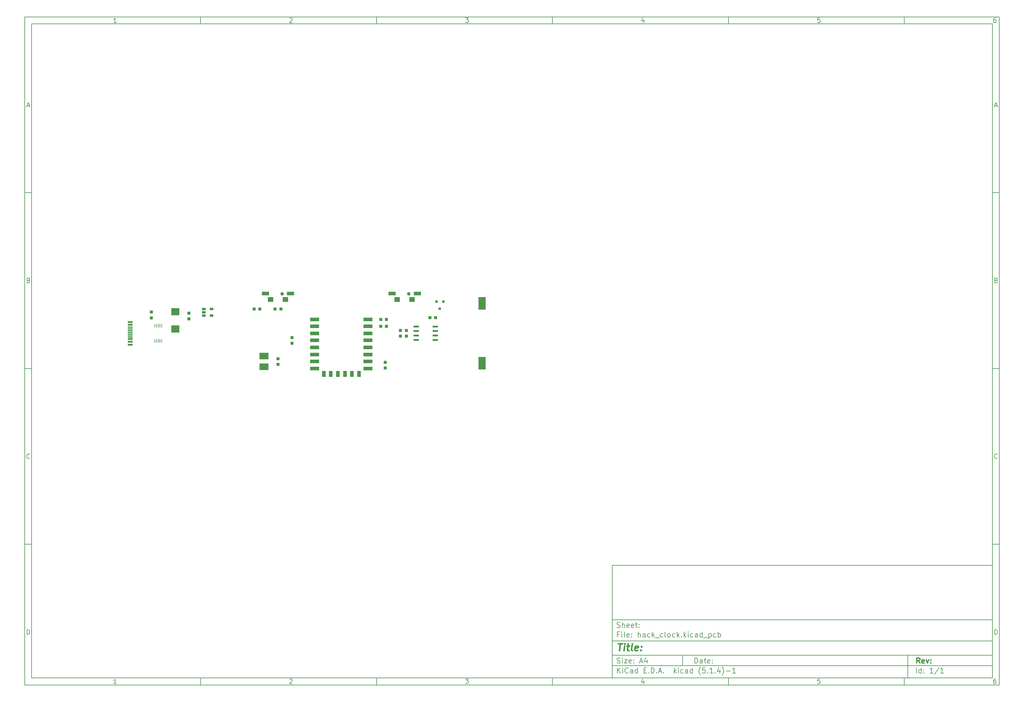
<source format=gtp>
G04 #@! TF.GenerationSoftware,KiCad,Pcbnew,(5.1.4)-1*
G04 #@! TF.CreationDate,2019-11-05T14:40:22+08:00*
G04 #@! TF.ProjectId,hack_clock,6861636b-5f63-46c6-9f63-6b2e6b696361,rev?*
G04 #@! TF.SameCoordinates,Original*
G04 #@! TF.FileFunction,Paste,Top*
G04 #@! TF.FilePolarity,Positive*
%FSLAX46Y46*%
G04 Gerber Fmt 4.6, Leading zero omitted, Abs format (unit mm)*
G04 Created by KiCad (PCBNEW (5.1.4)-1) date 2019-11-05 14:40:22*
%MOMM*%
%LPD*%
G04 APERTURE LIST*
%ADD10C,0.150000*%
%ADD11C,0.300000*%
%ADD12C,0.400000*%
%ADD13C,2.075000*%
%ADD14R,0.250000X1.100000*%
%ADD15R,1.400000X0.300000*%
%ADD16R,1.400000X0.600000*%
%ADD17R,2.000000X3.600000*%
%ADD18R,0.920000X0.965000*%
%ADD19R,0.965000X0.920000*%
%ADD20R,0.800100X0.800100*%
%ADD21C,1.000000*%
%ADD22R,2.000000X1.000000*%
%ADD23R,1.500000X1.400000*%
%ADD24R,1.060000X0.650000*%
%ADD25R,2.500000X1.000000*%
%ADD26R,1.000000X1.800000*%
%ADD27R,1.550000X0.600000*%
%ADD28R,2.499360X1.950720*%
G04 APERTURE END LIST*
D10*
X177002200Y-166007200D02*
X177002200Y-198007200D01*
X285002200Y-198007200D01*
X285002200Y-166007200D01*
X177002200Y-166007200D01*
X10000000Y-10000000D02*
X10000000Y-200007200D01*
X287002200Y-200007200D01*
X287002200Y-10000000D01*
X10000000Y-10000000D01*
X12000000Y-12000000D02*
X12000000Y-198007200D01*
X285002200Y-198007200D01*
X285002200Y-12000000D01*
X12000000Y-12000000D01*
X60000000Y-12000000D02*
X60000000Y-10000000D01*
X110000000Y-12000000D02*
X110000000Y-10000000D01*
X160000000Y-12000000D02*
X160000000Y-10000000D01*
X210000000Y-12000000D02*
X210000000Y-10000000D01*
X260000000Y-12000000D02*
X260000000Y-10000000D01*
X36065476Y-11588095D02*
X35322619Y-11588095D01*
X35694047Y-11588095D02*
X35694047Y-10288095D01*
X35570238Y-10473809D01*
X35446428Y-10597619D01*
X35322619Y-10659523D01*
X85322619Y-10411904D02*
X85384523Y-10350000D01*
X85508333Y-10288095D01*
X85817857Y-10288095D01*
X85941666Y-10350000D01*
X86003571Y-10411904D01*
X86065476Y-10535714D01*
X86065476Y-10659523D01*
X86003571Y-10845238D01*
X85260714Y-11588095D01*
X86065476Y-11588095D01*
X135260714Y-10288095D02*
X136065476Y-10288095D01*
X135632142Y-10783333D01*
X135817857Y-10783333D01*
X135941666Y-10845238D01*
X136003571Y-10907142D01*
X136065476Y-11030952D01*
X136065476Y-11340476D01*
X136003571Y-11464285D01*
X135941666Y-11526190D01*
X135817857Y-11588095D01*
X135446428Y-11588095D01*
X135322619Y-11526190D01*
X135260714Y-11464285D01*
X185941666Y-10721428D02*
X185941666Y-11588095D01*
X185632142Y-10226190D02*
X185322619Y-11154761D01*
X186127380Y-11154761D01*
X236003571Y-10288095D02*
X235384523Y-10288095D01*
X235322619Y-10907142D01*
X235384523Y-10845238D01*
X235508333Y-10783333D01*
X235817857Y-10783333D01*
X235941666Y-10845238D01*
X236003571Y-10907142D01*
X236065476Y-11030952D01*
X236065476Y-11340476D01*
X236003571Y-11464285D01*
X235941666Y-11526190D01*
X235817857Y-11588095D01*
X235508333Y-11588095D01*
X235384523Y-11526190D01*
X235322619Y-11464285D01*
X285941666Y-10288095D02*
X285694047Y-10288095D01*
X285570238Y-10350000D01*
X285508333Y-10411904D01*
X285384523Y-10597619D01*
X285322619Y-10845238D01*
X285322619Y-11340476D01*
X285384523Y-11464285D01*
X285446428Y-11526190D01*
X285570238Y-11588095D01*
X285817857Y-11588095D01*
X285941666Y-11526190D01*
X286003571Y-11464285D01*
X286065476Y-11340476D01*
X286065476Y-11030952D01*
X286003571Y-10907142D01*
X285941666Y-10845238D01*
X285817857Y-10783333D01*
X285570238Y-10783333D01*
X285446428Y-10845238D01*
X285384523Y-10907142D01*
X285322619Y-11030952D01*
X60000000Y-198007200D02*
X60000000Y-200007200D01*
X110000000Y-198007200D02*
X110000000Y-200007200D01*
X160000000Y-198007200D02*
X160000000Y-200007200D01*
X210000000Y-198007200D02*
X210000000Y-200007200D01*
X260000000Y-198007200D02*
X260000000Y-200007200D01*
X36065476Y-199595295D02*
X35322619Y-199595295D01*
X35694047Y-199595295D02*
X35694047Y-198295295D01*
X35570238Y-198481009D01*
X35446428Y-198604819D01*
X35322619Y-198666723D01*
X85322619Y-198419104D02*
X85384523Y-198357200D01*
X85508333Y-198295295D01*
X85817857Y-198295295D01*
X85941666Y-198357200D01*
X86003571Y-198419104D01*
X86065476Y-198542914D01*
X86065476Y-198666723D01*
X86003571Y-198852438D01*
X85260714Y-199595295D01*
X86065476Y-199595295D01*
X135260714Y-198295295D02*
X136065476Y-198295295D01*
X135632142Y-198790533D01*
X135817857Y-198790533D01*
X135941666Y-198852438D01*
X136003571Y-198914342D01*
X136065476Y-199038152D01*
X136065476Y-199347676D01*
X136003571Y-199471485D01*
X135941666Y-199533390D01*
X135817857Y-199595295D01*
X135446428Y-199595295D01*
X135322619Y-199533390D01*
X135260714Y-199471485D01*
X185941666Y-198728628D02*
X185941666Y-199595295D01*
X185632142Y-198233390D02*
X185322619Y-199161961D01*
X186127380Y-199161961D01*
X236003571Y-198295295D02*
X235384523Y-198295295D01*
X235322619Y-198914342D01*
X235384523Y-198852438D01*
X235508333Y-198790533D01*
X235817857Y-198790533D01*
X235941666Y-198852438D01*
X236003571Y-198914342D01*
X236065476Y-199038152D01*
X236065476Y-199347676D01*
X236003571Y-199471485D01*
X235941666Y-199533390D01*
X235817857Y-199595295D01*
X235508333Y-199595295D01*
X235384523Y-199533390D01*
X235322619Y-199471485D01*
X285941666Y-198295295D02*
X285694047Y-198295295D01*
X285570238Y-198357200D01*
X285508333Y-198419104D01*
X285384523Y-198604819D01*
X285322619Y-198852438D01*
X285322619Y-199347676D01*
X285384523Y-199471485D01*
X285446428Y-199533390D01*
X285570238Y-199595295D01*
X285817857Y-199595295D01*
X285941666Y-199533390D01*
X286003571Y-199471485D01*
X286065476Y-199347676D01*
X286065476Y-199038152D01*
X286003571Y-198914342D01*
X285941666Y-198852438D01*
X285817857Y-198790533D01*
X285570238Y-198790533D01*
X285446428Y-198852438D01*
X285384523Y-198914342D01*
X285322619Y-199038152D01*
X10000000Y-60000000D02*
X12000000Y-60000000D01*
X10000000Y-110000000D02*
X12000000Y-110000000D01*
X10000000Y-160000000D02*
X12000000Y-160000000D01*
X10690476Y-35216666D02*
X11309523Y-35216666D01*
X10566666Y-35588095D02*
X11000000Y-34288095D01*
X11433333Y-35588095D01*
X11092857Y-84907142D02*
X11278571Y-84969047D01*
X11340476Y-85030952D01*
X11402380Y-85154761D01*
X11402380Y-85340476D01*
X11340476Y-85464285D01*
X11278571Y-85526190D01*
X11154761Y-85588095D01*
X10659523Y-85588095D01*
X10659523Y-84288095D01*
X11092857Y-84288095D01*
X11216666Y-84350000D01*
X11278571Y-84411904D01*
X11340476Y-84535714D01*
X11340476Y-84659523D01*
X11278571Y-84783333D01*
X11216666Y-84845238D01*
X11092857Y-84907142D01*
X10659523Y-84907142D01*
X11402380Y-135464285D02*
X11340476Y-135526190D01*
X11154761Y-135588095D01*
X11030952Y-135588095D01*
X10845238Y-135526190D01*
X10721428Y-135402380D01*
X10659523Y-135278571D01*
X10597619Y-135030952D01*
X10597619Y-134845238D01*
X10659523Y-134597619D01*
X10721428Y-134473809D01*
X10845238Y-134350000D01*
X11030952Y-134288095D01*
X11154761Y-134288095D01*
X11340476Y-134350000D01*
X11402380Y-134411904D01*
X10659523Y-185588095D02*
X10659523Y-184288095D01*
X10969047Y-184288095D01*
X11154761Y-184350000D01*
X11278571Y-184473809D01*
X11340476Y-184597619D01*
X11402380Y-184845238D01*
X11402380Y-185030952D01*
X11340476Y-185278571D01*
X11278571Y-185402380D01*
X11154761Y-185526190D01*
X10969047Y-185588095D01*
X10659523Y-185588095D01*
X287002200Y-60000000D02*
X285002200Y-60000000D01*
X287002200Y-110000000D02*
X285002200Y-110000000D01*
X287002200Y-160000000D02*
X285002200Y-160000000D01*
X285692676Y-35216666D02*
X286311723Y-35216666D01*
X285568866Y-35588095D02*
X286002200Y-34288095D01*
X286435533Y-35588095D01*
X286095057Y-84907142D02*
X286280771Y-84969047D01*
X286342676Y-85030952D01*
X286404580Y-85154761D01*
X286404580Y-85340476D01*
X286342676Y-85464285D01*
X286280771Y-85526190D01*
X286156961Y-85588095D01*
X285661723Y-85588095D01*
X285661723Y-84288095D01*
X286095057Y-84288095D01*
X286218866Y-84350000D01*
X286280771Y-84411904D01*
X286342676Y-84535714D01*
X286342676Y-84659523D01*
X286280771Y-84783333D01*
X286218866Y-84845238D01*
X286095057Y-84907142D01*
X285661723Y-84907142D01*
X286404580Y-135464285D02*
X286342676Y-135526190D01*
X286156961Y-135588095D01*
X286033152Y-135588095D01*
X285847438Y-135526190D01*
X285723628Y-135402380D01*
X285661723Y-135278571D01*
X285599819Y-135030952D01*
X285599819Y-134845238D01*
X285661723Y-134597619D01*
X285723628Y-134473809D01*
X285847438Y-134350000D01*
X286033152Y-134288095D01*
X286156961Y-134288095D01*
X286342676Y-134350000D01*
X286404580Y-134411904D01*
X285661723Y-185588095D02*
X285661723Y-184288095D01*
X285971247Y-184288095D01*
X286156961Y-184350000D01*
X286280771Y-184473809D01*
X286342676Y-184597619D01*
X286404580Y-184845238D01*
X286404580Y-185030952D01*
X286342676Y-185278571D01*
X286280771Y-185402380D01*
X286156961Y-185526190D01*
X285971247Y-185588095D01*
X285661723Y-185588095D01*
X200434342Y-193785771D02*
X200434342Y-192285771D01*
X200791485Y-192285771D01*
X201005771Y-192357200D01*
X201148628Y-192500057D01*
X201220057Y-192642914D01*
X201291485Y-192928628D01*
X201291485Y-193142914D01*
X201220057Y-193428628D01*
X201148628Y-193571485D01*
X201005771Y-193714342D01*
X200791485Y-193785771D01*
X200434342Y-193785771D01*
X202577200Y-193785771D02*
X202577200Y-193000057D01*
X202505771Y-192857200D01*
X202362914Y-192785771D01*
X202077200Y-192785771D01*
X201934342Y-192857200D01*
X202577200Y-193714342D02*
X202434342Y-193785771D01*
X202077200Y-193785771D01*
X201934342Y-193714342D01*
X201862914Y-193571485D01*
X201862914Y-193428628D01*
X201934342Y-193285771D01*
X202077200Y-193214342D01*
X202434342Y-193214342D01*
X202577200Y-193142914D01*
X203077200Y-192785771D02*
X203648628Y-192785771D01*
X203291485Y-192285771D02*
X203291485Y-193571485D01*
X203362914Y-193714342D01*
X203505771Y-193785771D01*
X203648628Y-193785771D01*
X204720057Y-193714342D02*
X204577200Y-193785771D01*
X204291485Y-193785771D01*
X204148628Y-193714342D01*
X204077200Y-193571485D01*
X204077200Y-193000057D01*
X204148628Y-192857200D01*
X204291485Y-192785771D01*
X204577200Y-192785771D01*
X204720057Y-192857200D01*
X204791485Y-193000057D01*
X204791485Y-193142914D01*
X204077200Y-193285771D01*
X205434342Y-193642914D02*
X205505771Y-193714342D01*
X205434342Y-193785771D01*
X205362914Y-193714342D01*
X205434342Y-193642914D01*
X205434342Y-193785771D01*
X205434342Y-192857200D02*
X205505771Y-192928628D01*
X205434342Y-193000057D01*
X205362914Y-192928628D01*
X205434342Y-192857200D01*
X205434342Y-193000057D01*
X177002200Y-194507200D02*
X285002200Y-194507200D01*
X178434342Y-196585771D02*
X178434342Y-195085771D01*
X179291485Y-196585771D02*
X178648628Y-195728628D01*
X179291485Y-195085771D02*
X178434342Y-195942914D01*
X179934342Y-196585771D02*
X179934342Y-195585771D01*
X179934342Y-195085771D02*
X179862914Y-195157200D01*
X179934342Y-195228628D01*
X180005771Y-195157200D01*
X179934342Y-195085771D01*
X179934342Y-195228628D01*
X181505771Y-196442914D02*
X181434342Y-196514342D01*
X181220057Y-196585771D01*
X181077200Y-196585771D01*
X180862914Y-196514342D01*
X180720057Y-196371485D01*
X180648628Y-196228628D01*
X180577200Y-195942914D01*
X180577200Y-195728628D01*
X180648628Y-195442914D01*
X180720057Y-195300057D01*
X180862914Y-195157200D01*
X181077200Y-195085771D01*
X181220057Y-195085771D01*
X181434342Y-195157200D01*
X181505771Y-195228628D01*
X182791485Y-196585771D02*
X182791485Y-195800057D01*
X182720057Y-195657200D01*
X182577200Y-195585771D01*
X182291485Y-195585771D01*
X182148628Y-195657200D01*
X182791485Y-196514342D02*
X182648628Y-196585771D01*
X182291485Y-196585771D01*
X182148628Y-196514342D01*
X182077200Y-196371485D01*
X182077200Y-196228628D01*
X182148628Y-196085771D01*
X182291485Y-196014342D01*
X182648628Y-196014342D01*
X182791485Y-195942914D01*
X184148628Y-196585771D02*
X184148628Y-195085771D01*
X184148628Y-196514342D02*
X184005771Y-196585771D01*
X183720057Y-196585771D01*
X183577200Y-196514342D01*
X183505771Y-196442914D01*
X183434342Y-196300057D01*
X183434342Y-195871485D01*
X183505771Y-195728628D01*
X183577200Y-195657200D01*
X183720057Y-195585771D01*
X184005771Y-195585771D01*
X184148628Y-195657200D01*
X186005771Y-195800057D02*
X186505771Y-195800057D01*
X186720057Y-196585771D02*
X186005771Y-196585771D01*
X186005771Y-195085771D01*
X186720057Y-195085771D01*
X187362914Y-196442914D02*
X187434342Y-196514342D01*
X187362914Y-196585771D01*
X187291485Y-196514342D01*
X187362914Y-196442914D01*
X187362914Y-196585771D01*
X188077200Y-196585771D02*
X188077200Y-195085771D01*
X188434342Y-195085771D01*
X188648628Y-195157200D01*
X188791485Y-195300057D01*
X188862914Y-195442914D01*
X188934342Y-195728628D01*
X188934342Y-195942914D01*
X188862914Y-196228628D01*
X188791485Y-196371485D01*
X188648628Y-196514342D01*
X188434342Y-196585771D01*
X188077200Y-196585771D01*
X189577200Y-196442914D02*
X189648628Y-196514342D01*
X189577200Y-196585771D01*
X189505771Y-196514342D01*
X189577200Y-196442914D01*
X189577200Y-196585771D01*
X190220057Y-196157200D02*
X190934342Y-196157200D01*
X190077200Y-196585771D02*
X190577200Y-195085771D01*
X191077200Y-196585771D01*
X191577200Y-196442914D02*
X191648628Y-196514342D01*
X191577200Y-196585771D01*
X191505771Y-196514342D01*
X191577200Y-196442914D01*
X191577200Y-196585771D01*
X194577200Y-196585771D02*
X194577200Y-195085771D01*
X194720057Y-196014342D02*
X195148628Y-196585771D01*
X195148628Y-195585771D02*
X194577200Y-196157200D01*
X195791485Y-196585771D02*
X195791485Y-195585771D01*
X195791485Y-195085771D02*
X195720057Y-195157200D01*
X195791485Y-195228628D01*
X195862914Y-195157200D01*
X195791485Y-195085771D01*
X195791485Y-195228628D01*
X197148628Y-196514342D02*
X197005771Y-196585771D01*
X196720057Y-196585771D01*
X196577200Y-196514342D01*
X196505771Y-196442914D01*
X196434342Y-196300057D01*
X196434342Y-195871485D01*
X196505771Y-195728628D01*
X196577200Y-195657200D01*
X196720057Y-195585771D01*
X197005771Y-195585771D01*
X197148628Y-195657200D01*
X198434342Y-196585771D02*
X198434342Y-195800057D01*
X198362914Y-195657200D01*
X198220057Y-195585771D01*
X197934342Y-195585771D01*
X197791485Y-195657200D01*
X198434342Y-196514342D02*
X198291485Y-196585771D01*
X197934342Y-196585771D01*
X197791485Y-196514342D01*
X197720057Y-196371485D01*
X197720057Y-196228628D01*
X197791485Y-196085771D01*
X197934342Y-196014342D01*
X198291485Y-196014342D01*
X198434342Y-195942914D01*
X199791485Y-196585771D02*
X199791485Y-195085771D01*
X199791485Y-196514342D02*
X199648628Y-196585771D01*
X199362914Y-196585771D01*
X199220057Y-196514342D01*
X199148628Y-196442914D01*
X199077200Y-196300057D01*
X199077200Y-195871485D01*
X199148628Y-195728628D01*
X199220057Y-195657200D01*
X199362914Y-195585771D01*
X199648628Y-195585771D01*
X199791485Y-195657200D01*
X202077200Y-197157200D02*
X202005771Y-197085771D01*
X201862914Y-196871485D01*
X201791485Y-196728628D01*
X201720057Y-196514342D01*
X201648628Y-196157200D01*
X201648628Y-195871485D01*
X201720057Y-195514342D01*
X201791485Y-195300057D01*
X201862914Y-195157200D01*
X202005771Y-194942914D01*
X202077200Y-194871485D01*
X203362914Y-195085771D02*
X202648628Y-195085771D01*
X202577200Y-195800057D01*
X202648628Y-195728628D01*
X202791485Y-195657200D01*
X203148628Y-195657200D01*
X203291485Y-195728628D01*
X203362914Y-195800057D01*
X203434342Y-195942914D01*
X203434342Y-196300057D01*
X203362914Y-196442914D01*
X203291485Y-196514342D01*
X203148628Y-196585771D01*
X202791485Y-196585771D01*
X202648628Y-196514342D01*
X202577200Y-196442914D01*
X204077200Y-196442914D02*
X204148628Y-196514342D01*
X204077200Y-196585771D01*
X204005771Y-196514342D01*
X204077200Y-196442914D01*
X204077200Y-196585771D01*
X205577200Y-196585771D02*
X204720057Y-196585771D01*
X205148628Y-196585771D02*
X205148628Y-195085771D01*
X205005771Y-195300057D01*
X204862914Y-195442914D01*
X204720057Y-195514342D01*
X206220057Y-196442914D02*
X206291485Y-196514342D01*
X206220057Y-196585771D01*
X206148628Y-196514342D01*
X206220057Y-196442914D01*
X206220057Y-196585771D01*
X207577200Y-195585771D02*
X207577200Y-196585771D01*
X207220057Y-195014342D02*
X206862914Y-196085771D01*
X207791485Y-196085771D01*
X208220057Y-197157200D02*
X208291485Y-197085771D01*
X208434342Y-196871485D01*
X208505771Y-196728628D01*
X208577200Y-196514342D01*
X208648628Y-196157200D01*
X208648628Y-195871485D01*
X208577200Y-195514342D01*
X208505771Y-195300057D01*
X208434342Y-195157200D01*
X208291485Y-194942914D01*
X208220057Y-194871485D01*
X209362914Y-196014342D02*
X210505771Y-196014342D01*
X212005771Y-196585771D02*
X211148628Y-196585771D01*
X211577200Y-196585771D02*
X211577200Y-195085771D01*
X211434342Y-195300057D01*
X211291485Y-195442914D01*
X211148628Y-195514342D01*
X177002200Y-191507200D02*
X285002200Y-191507200D01*
D11*
X264411485Y-193785771D02*
X263911485Y-193071485D01*
X263554342Y-193785771D02*
X263554342Y-192285771D01*
X264125771Y-192285771D01*
X264268628Y-192357200D01*
X264340057Y-192428628D01*
X264411485Y-192571485D01*
X264411485Y-192785771D01*
X264340057Y-192928628D01*
X264268628Y-193000057D01*
X264125771Y-193071485D01*
X263554342Y-193071485D01*
X265625771Y-193714342D02*
X265482914Y-193785771D01*
X265197200Y-193785771D01*
X265054342Y-193714342D01*
X264982914Y-193571485D01*
X264982914Y-193000057D01*
X265054342Y-192857200D01*
X265197200Y-192785771D01*
X265482914Y-192785771D01*
X265625771Y-192857200D01*
X265697200Y-193000057D01*
X265697200Y-193142914D01*
X264982914Y-193285771D01*
X266197200Y-192785771D02*
X266554342Y-193785771D01*
X266911485Y-192785771D01*
X267482914Y-193642914D02*
X267554342Y-193714342D01*
X267482914Y-193785771D01*
X267411485Y-193714342D01*
X267482914Y-193642914D01*
X267482914Y-193785771D01*
X267482914Y-192857200D02*
X267554342Y-192928628D01*
X267482914Y-193000057D01*
X267411485Y-192928628D01*
X267482914Y-192857200D01*
X267482914Y-193000057D01*
D10*
X178362914Y-193714342D02*
X178577200Y-193785771D01*
X178934342Y-193785771D01*
X179077200Y-193714342D01*
X179148628Y-193642914D01*
X179220057Y-193500057D01*
X179220057Y-193357200D01*
X179148628Y-193214342D01*
X179077200Y-193142914D01*
X178934342Y-193071485D01*
X178648628Y-193000057D01*
X178505771Y-192928628D01*
X178434342Y-192857200D01*
X178362914Y-192714342D01*
X178362914Y-192571485D01*
X178434342Y-192428628D01*
X178505771Y-192357200D01*
X178648628Y-192285771D01*
X179005771Y-192285771D01*
X179220057Y-192357200D01*
X179862914Y-193785771D02*
X179862914Y-192785771D01*
X179862914Y-192285771D02*
X179791485Y-192357200D01*
X179862914Y-192428628D01*
X179934342Y-192357200D01*
X179862914Y-192285771D01*
X179862914Y-192428628D01*
X180434342Y-192785771D02*
X181220057Y-192785771D01*
X180434342Y-193785771D01*
X181220057Y-193785771D01*
X182362914Y-193714342D02*
X182220057Y-193785771D01*
X181934342Y-193785771D01*
X181791485Y-193714342D01*
X181720057Y-193571485D01*
X181720057Y-193000057D01*
X181791485Y-192857200D01*
X181934342Y-192785771D01*
X182220057Y-192785771D01*
X182362914Y-192857200D01*
X182434342Y-193000057D01*
X182434342Y-193142914D01*
X181720057Y-193285771D01*
X183077200Y-193642914D02*
X183148628Y-193714342D01*
X183077200Y-193785771D01*
X183005771Y-193714342D01*
X183077200Y-193642914D01*
X183077200Y-193785771D01*
X183077200Y-192857200D02*
X183148628Y-192928628D01*
X183077200Y-193000057D01*
X183005771Y-192928628D01*
X183077200Y-192857200D01*
X183077200Y-193000057D01*
X184862914Y-193357200D02*
X185577200Y-193357200D01*
X184720057Y-193785771D02*
X185220057Y-192285771D01*
X185720057Y-193785771D01*
X186862914Y-192785771D02*
X186862914Y-193785771D01*
X186505771Y-192214342D02*
X186148628Y-193285771D01*
X187077200Y-193285771D01*
X263434342Y-196585771D02*
X263434342Y-195085771D01*
X264791485Y-196585771D02*
X264791485Y-195085771D01*
X264791485Y-196514342D02*
X264648628Y-196585771D01*
X264362914Y-196585771D01*
X264220057Y-196514342D01*
X264148628Y-196442914D01*
X264077200Y-196300057D01*
X264077200Y-195871485D01*
X264148628Y-195728628D01*
X264220057Y-195657200D01*
X264362914Y-195585771D01*
X264648628Y-195585771D01*
X264791485Y-195657200D01*
X265505771Y-196442914D02*
X265577200Y-196514342D01*
X265505771Y-196585771D01*
X265434342Y-196514342D01*
X265505771Y-196442914D01*
X265505771Y-196585771D01*
X265505771Y-195657200D02*
X265577200Y-195728628D01*
X265505771Y-195800057D01*
X265434342Y-195728628D01*
X265505771Y-195657200D01*
X265505771Y-195800057D01*
X268148628Y-196585771D02*
X267291485Y-196585771D01*
X267720057Y-196585771D02*
X267720057Y-195085771D01*
X267577200Y-195300057D01*
X267434342Y-195442914D01*
X267291485Y-195514342D01*
X269862914Y-195014342D02*
X268577200Y-196942914D01*
X271148628Y-196585771D02*
X270291485Y-196585771D01*
X270720057Y-196585771D02*
X270720057Y-195085771D01*
X270577200Y-195300057D01*
X270434342Y-195442914D01*
X270291485Y-195514342D01*
X177002200Y-187507200D02*
X285002200Y-187507200D01*
D12*
X178714580Y-188211961D02*
X179857438Y-188211961D01*
X179036009Y-190211961D02*
X179286009Y-188211961D01*
X180274104Y-190211961D02*
X180440771Y-188878628D01*
X180524104Y-188211961D02*
X180416961Y-188307200D01*
X180500295Y-188402438D01*
X180607438Y-188307200D01*
X180524104Y-188211961D01*
X180500295Y-188402438D01*
X181107438Y-188878628D02*
X181869342Y-188878628D01*
X181476485Y-188211961D02*
X181262200Y-189926247D01*
X181333628Y-190116723D01*
X181512200Y-190211961D01*
X181702676Y-190211961D01*
X182655057Y-190211961D02*
X182476485Y-190116723D01*
X182405057Y-189926247D01*
X182619342Y-188211961D01*
X184190771Y-190116723D02*
X183988390Y-190211961D01*
X183607438Y-190211961D01*
X183428866Y-190116723D01*
X183357438Y-189926247D01*
X183452676Y-189164342D01*
X183571723Y-188973866D01*
X183774104Y-188878628D01*
X184155057Y-188878628D01*
X184333628Y-188973866D01*
X184405057Y-189164342D01*
X184381247Y-189354819D01*
X183405057Y-189545295D01*
X185155057Y-190021485D02*
X185238390Y-190116723D01*
X185131247Y-190211961D01*
X185047914Y-190116723D01*
X185155057Y-190021485D01*
X185131247Y-190211961D01*
X185286009Y-188973866D02*
X185369342Y-189069104D01*
X185262200Y-189164342D01*
X185178866Y-189069104D01*
X185286009Y-188973866D01*
X185262200Y-189164342D01*
D10*
X178934342Y-185600057D02*
X178434342Y-185600057D01*
X178434342Y-186385771D02*
X178434342Y-184885771D01*
X179148628Y-184885771D01*
X179720057Y-186385771D02*
X179720057Y-185385771D01*
X179720057Y-184885771D02*
X179648628Y-184957200D01*
X179720057Y-185028628D01*
X179791485Y-184957200D01*
X179720057Y-184885771D01*
X179720057Y-185028628D01*
X180648628Y-186385771D02*
X180505771Y-186314342D01*
X180434342Y-186171485D01*
X180434342Y-184885771D01*
X181791485Y-186314342D02*
X181648628Y-186385771D01*
X181362914Y-186385771D01*
X181220057Y-186314342D01*
X181148628Y-186171485D01*
X181148628Y-185600057D01*
X181220057Y-185457200D01*
X181362914Y-185385771D01*
X181648628Y-185385771D01*
X181791485Y-185457200D01*
X181862914Y-185600057D01*
X181862914Y-185742914D01*
X181148628Y-185885771D01*
X182505771Y-186242914D02*
X182577200Y-186314342D01*
X182505771Y-186385771D01*
X182434342Y-186314342D01*
X182505771Y-186242914D01*
X182505771Y-186385771D01*
X182505771Y-185457200D02*
X182577200Y-185528628D01*
X182505771Y-185600057D01*
X182434342Y-185528628D01*
X182505771Y-185457200D01*
X182505771Y-185600057D01*
X184362914Y-186385771D02*
X184362914Y-184885771D01*
X185005771Y-186385771D02*
X185005771Y-185600057D01*
X184934342Y-185457200D01*
X184791485Y-185385771D01*
X184577200Y-185385771D01*
X184434342Y-185457200D01*
X184362914Y-185528628D01*
X186362914Y-186385771D02*
X186362914Y-185600057D01*
X186291485Y-185457200D01*
X186148628Y-185385771D01*
X185862914Y-185385771D01*
X185720057Y-185457200D01*
X186362914Y-186314342D02*
X186220057Y-186385771D01*
X185862914Y-186385771D01*
X185720057Y-186314342D01*
X185648628Y-186171485D01*
X185648628Y-186028628D01*
X185720057Y-185885771D01*
X185862914Y-185814342D01*
X186220057Y-185814342D01*
X186362914Y-185742914D01*
X187720057Y-186314342D02*
X187577200Y-186385771D01*
X187291485Y-186385771D01*
X187148628Y-186314342D01*
X187077200Y-186242914D01*
X187005771Y-186100057D01*
X187005771Y-185671485D01*
X187077200Y-185528628D01*
X187148628Y-185457200D01*
X187291485Y-185385771D01*
X187577200Y-185385771D01*
X187720057Y-185457200D01*
X188362914Y-186385771D02*
X188362914Y-184885771D01*
X188505771Y-185814342D02*
X188934342Y-186385771D01*
X188934342Y-185385771D02*
X188362914Y-185957200D01*
X189220057Y-186528628D02*
X190362914Y-186528628D01*
X191362914Y-186314342D02*
X191220057Y-186385771D01*
X190934342Y-186385771D01*
X190791485Y-186314342D01*
X190720057Y-186242914D01*
X190648628Y-186100057D01*
X190648628Y-185671485D01*
X190720057Y-185528628D01*
X190791485Y-185457200D01*
X190934342Y-185385771D01*
X191220057Y-185385771D01*
X191362914Y-185457200D01*
X192220057Y-186385771D02*
X192077200Y-186314342D01*
X192005771Y-186171485D01*
X192005771Y-184885771D01*
X193005771Y-186385771D02*
X192862914Y-186314342D01*
X192791485Y-186242914D01*
X192720057Y-186100057D01*
X192720057Y-185671485D01*
X192791485Y-185528628D01*
X192862914Y-185457200D01*
X193005771Y-185385771D01*
X193220057Y-185385771D01*
X193362914Y-185457200D01*
X193434342Y-185528628D01*
X193505771Y-185671485D01*
X193505771Y-186100057D01*
X193434342Y-186242914D01*
X193362914Y-186314342D01*
X193220057Y-186385771D01*
X193005771Y-186385771D01*
X194791485Y-186314342D02*
X194648628Y-186385771D01*
X194362914Y-186385771D01*
X194220057Y-186314342D01*
X194148628Y-186242914D01*
X194077200Y-186100057D01*
X194077200Y-185671485D01*
X194148628Y-185528628D01*
X194220057Y-185457200D01*
X194362914Y-185385771D01*
X194648628Y-185385771D01*
X194791485Y-185457200D01*
X195434342Y-186385771D02*
X195434342Y-184885771D01*
X195577200Y-185814342D02*
X196005771Y-186385771D01*
X196005771Y-185385771D02*
X195434342Y-185957200D01*
X196648628Y-186242914D02*
X196720057Y-186314342D01*
X196648628Y-186385771D01*
X196577200Y-186314342D01*
X196648628Y-186242914D01*
X196648628Y-186385771D01*
X197362914Y-186385771D02*
X197362914Y-184885771D01*
X197505771Y-185814342D02*
X197934342Y-186385771D01*
X197934342Y-185385771D02*
X197362914Y-185957200D01*
X198577200Y-186385771D02*
X198577200Y-185385771D01*
X198577200Y-184885771D02*
X198505771Y-184957200D01*
X198577200Y-185028628D01*
X198648628Y-184957200D01*
X198577200Y-184885771D01*
X198577200Y-185028628D01*
X199934342Y-186314342D02*
X199791485Y-186385771D01*
X199505771Y-186385771D01*
X199362914Y-186314342D01*
X199291485Y-186242914D01*
X199220057Y-186100057D01*
X199220057Y-185671485D01*
X199291485Y-185528628D01*
X199362914Y-185457200D01*
X199505771Y-185385771D01*
X199791485Y-185385771D01*
X199934342Y-185457200D01*
X201220057Y-186385771D02*
X201220057Y-185600057D01*
X201148628Y-185457200D01*
X201005771Y-185385771D01*
X200720057Y-185385771D01*
X200577200Y-185457200D01*
X201220057Y-186314342D02*
X201077200Y-186385771D01*
X200720057Y-186385771D01*
X200577200Y-186314342D01*
X200505771Y-186171485D01*
X200505771Y-186028628D01*
X200577200Y-185885771D01*
X200720057Y-185814342D01*
X201077200Y-185814342D01*
X201220057Y-185742914D01*
X202577200Y-186385771D02*
X202577200Y-184885771D01*
X202577200Y-186314342D02*
X202434342Y-186385771D01*
X202148628Y-186385771D01*
X202005771Y-186314342D01*
X201934342Y-186242914D01*
X201862914Y-186100057D01*
X201862914Y-185671485D01*
X201934342Y-185528628D01*
X202005771Y-185457200D01*
X202148628Y-185385771D01*
X202434342Y-185385771D01*
X202577200Y-185457200D01*
X202934342Y-186528628D02*
X204077200Y-186528628D01*
X204434342Y-185385771D02*
X204434342Y-186885771D01*
X204434342Y-185457200D02*
X204577200Y-185385771D01*
X204862914Y-185385771D01*
X205005771Y-185457200D01*
X205077200Y-185528628D01*
X205148628Y-185671485D01*
X205148628Y-186100057D01*
X205077200Y-186242914D01*
X205005771Y-186314342D01*
X204862914Y-186385771D01*
X204577200Y-186385771D01*
X204434342Y-186314342D01*
X206434342Y-186314342D02*
X206291485Y-186385771D01*
X206005771Y-186385771D01*
X205862914Y-186314342D01*
X205791485Y-186242914D01*
X205720057Y-186100057D01*
X205720057Y-185671485D01*
X205791485Y-185528628D01*
X205862914Y-185457200D01*
X206005771Y-185385771D01*
X206291485Y-185385771D01*
X206434342Y-185457200D01*
X207077200Y-186385771D02*
X207077200Y-184885771D01*
X207077200Y-185457200D02*
X207220057Y-185385771D01*
X207505771Y-185385771D01*
X207648628Y-185457200D01*
X207720057Y-185528628D01*
X207791485Y-185671485D01*
X207791485Y-186100057D01*
X207720057Y-186242914D01*
X207648628Y-186314342D01*
X207505771Y-186385771D01*
X207220057Y-186385771D01*
X207077200Y-186314342D01*
X177002200Y-181507200D02*
X285002200Y-181507200D01*
X178362914Y-183614342D02*
X178577200Y-183685771D01*
X178934342Y-183685771D01*
X179077200Y-183614342D01*
X179148628Y-183542914D01*
X179220057Y-183400057D01*
X179220057Y-183257200D01*
X179148628Y-183114342D01*
X179077200Y-183042914D01*
X178934342Y-182971485D01*
X178648628Y-182900057D01*
X178505771Y-182828628D01*
X178434342Y-182757200D01*
X178362914Y-182614342D01*
X178362914Y-182471485D01*
X178434342Y-182328628D01*
X178505771Y-182257200D01*
X178648628Y-182185771D01*
X179005771Y-182185771D01*
X179220057Y-182257200D01*
X179862914Y-183685771D02*
X179862914Y-182185771D01*
X180505771Y-183685771D02*
X180505771Y-182900057D01*
X180434342Y-182757200D01*
X180291485Y-182685771D01*
X180077200Y-182685771D01*
X179934342Y-182757200D01*
X179862914Y-182828628D01*
X181791485Y-183614342D02*
X181648628Y-183685771D01*
X181362914Y-183685771D01*
X181220057Y-183614342D01*
X181148628Y-183471485D01*
X181148628Y-182900057D01*
X181220057Y-182757200D01*
X181362914Y-182685771D01*
X181648628Y-182685771D01*
X181791485Y-182757200D01*
X181862914Y-182900057D01*
X181862914Y-183042914D01*
X181148628Y-183185771D01*
X183077200Y-183614342D02*
X182934342Y-183685771D01*
X182648628Y-183685771D01*
X182505771Y-183614342D01*
X182434342Y-183471485D01*
X182434342Y-182900057D01*
X182505771Y-182757200D01*
X182648628Y-182685771D01*
X182934342Y-182685771D01*
X183077200Y-182757200D01*
X183148628Y-182900057D01*
X183148628Y-183042914D01*
X182434342Y-183185771D01*
X183577200Y-182685771D02*
X184148628Y-182685771D01*
X183791485Y-182185771D02*
X183791485Y-183471485D01*
X183862914Y-183614342D01*
X184005771Y-183685771D01*
X184148628Y-183685771D01*
X184648628Y-183542914D02*
X184720057Y-183614342D01*
X184648628Y-183685771D01*
X184577200Y-183614342D01*
X184648628Y-183542914D01*
X184648628Y-183685771D01*
X184648628Y-182757200D02*
X184720057Y-182828628D01*
X184648628Y-182900057D01*
X184577200Y-182828628D01*
X184648628Y-182757200D01*
X184648628Y-182900057D01*
X197002200Y-191507200D02*
X197002200Y-194507200D01*
X261002200Y-191507200D02*
X261002200Y-198007200D01*
G36*
X53779504Y-92791204D02*
G01*
X53803773Y-92794804D01*
X53827571Y-92800765D01*
X53850671Y-92809030D01*
X53872849Y-92819520D01*
X53893893Y-92832133D01*
X53913598Y-92846747D01*
X53931777Y-92863223D01*
X53948253Y-92881402D01*
X53962867Y-92901107D01*
X53975480Y-92922151D01*
X53985970Y-92944329D01*
X53994235Y-92967429D01*
X54000196Y-92991227D01*
X54003796Y-93015496D01*
X54005000Y-93040000D01*
X54005000Y-94615000D01*
X54003796Y-94639504D01*
X54000196Y-94663773D01*
X53994235Y-94687571D01*
X53985970Y-94710671D01*
X53975480Y-94732849D01*
X53962867Y-94753893D01*
X53948253Y-94773598D01*
X53931777Y-94791777D01*
X53913598Y-94808253D01*
X53893893Y-94822867D01*
X53872849Y-94835480D01*
X53850671Y-94845970D01*
X53827571Y-94854235D01*
X53803773Y-94860196D01*
X53779504Y-94863796D01*
X53755000Y-94865000D01*
X51905000Y-94865000D01*
X51880496Y-94863796D01*
X51856227Y-94860196D01*
X51832429Y-94854235D01*
X51809329Y-94845970D01*
X51787151Y-94835480D01*
X51766107Y-94822867D01*
X51746402Y-94808253D01*
X51728223Y-94791777D01*
X51711747Y-94773598D01*
X51697133Y-94753893D01*
X51684520Y-94732849D01*
X51674030Y-94710671D01*
X51665765Y-94687571D01*
X51659804Y-94663773D01*
X51656204Y-94639504D01*
X51655000Y-94615000D01*
X51655000Y-93040000D01*
X51656204Y-93015496D01*
X51659804Y-92991227D01*
X51665765Y-92967429D01*
X51674030Y-92944329D01*
X51684520Y-92922151D01*
X51697133Y-92901107D01*
X51711747Y-92881402D01*
X51728223Y-92863223D01*
X51746402Y-92846747D01*
X51766107Y-92832133D01*
X51787151Y-92819520D01*
X51809329Y-92809030D01*
X51832429Y-92800765D01*
X51856227Y-92794804D01*
X51880496Y-92791204D01*
X51905000Y-92790000D01*
X53755000Y-92790000D01*
X53779504Y-92791204D01*
X53779504Y-92791204D01*
G37*
D13*
X52830000Y-93827500D03*
D10*
G36*
X53779504Y-97716204D02*
G01*
X53803773Y-97719804D01*
X53827571Y-97725765D01*
X53850671Y-97734030D01*
X53872849Y-97744520D01*
X53893893Y-97757133D01*
X53913598Y-97771747D01*
X53931777Y-97788223D01*
X53948253Y-97806402D01*
X53962867Y-97826107D01*
X53975480Y-97847151D01*
X53985970Y-97869329D01*
X53994235Y-97892429D01*
X54000196Y-97916227D01*
X54003796Y-97940496D01*
X54005000Y-97965000D01*
X54005000Y-99540000D01*
X54003796Y-99564504D01*
X54000196Y-99588773D01*
X53994235Y-99612571D01*
X53985970Y-99635671D01*
X53975480Y-99657849D01*
X53962867Y-99678893D01*
X53948253Y-99698598D01*
X53931777Y-99716777D01*
X53913598Y-99733253D01*
X53893893Y-99747867D01*
X53872849Y-99760480D01*
X53850671Y-99770970D01*
X53827571Y-99779235D01*
X53803773Y-99785196D01*
X53779504Y-99788796D01*
X53755000Y-99790000D01*
X51905000Y-99790000D01*
X51880496Y-99788796D01*
X51856227Y-99785196D01*
X51832429Y-99779235D01*
X51809329Y-99770970D01*
X51787151Y-99760480D01*
X51766107Y-99747867D01*
X51746402Y-99733253D01*
X51728223Y-99716777D01*
X51711747Y-99698598D01*
X51697133Y-99678893D01*
X51684520Y-99657849D01*
X51674030Y-99635671D01*
X51665765Y-99612571D01*
X51659804Y-99588773D01*
X51656204Y-99564504D01*
X51655000Y-99540000D01*
X51655000Y-97965000D01*
X51656204Y-97940496D01*
X51659804Y-97916227D01*
X51665765Y-97892429D01*
X51674030Y-97869329D01*
X51684520Y-97847151D01*
X51697133Y-97826107D01*
X51711747Y-97806402D01*
X51728223Y-97788223D01*
X51746402Y-97771747D01*
X51766107Y-97757133D01*
X51787151Y-97744520D01*
X51809329Y-97734030D01*
X51832429Y-97725765D01*
X51856227Y-97719804D01*
X51880496Y-97716204D01*
X51905000Y-97715000D01*
X53755000Y-97715000D01*
X53779504Y-97716204D01*
X53779504Y-97716204D01*
G37*
D13*
X52830000Y-98752500D03*
D14*
X47000000Y-102150000D03*
X47500000Y-102150000D03*
X48000000Y-102150000D03*
X48500000Y-102150000D03*
X49000000Y-102150000D03*
X49000000Y-97850000D03*
X48500000Y-97850000D03*
X48000000Y-97850000D03*
X47500000Y-97850000D03*
X47000000Y-97850000D03*
D15*
X40000000Y-99750000D03*
D16*
X40000000Y-97600000D03*
D15*
X40000000Y-98250000D03*
X40000000Y-101250000D03*
X40000000Y-99250000D03*
D16*
X40000000Y-96800000D03*
X40000000Y-102400000D03*
D15*
X40000000Y-100750000D03*
X40000000Y-98750000D03*
D16*
X40000000Y-103200000D03*
D15*
X40000000Y-100250000D03*
X40000000Y-101750000D03*
D17*
X140000000Y-108500000D03*
X140000000Y-91500000D03*
D18*
X46000000Y-93960000D03*
X46000000Y-95600000D03*
X56650000Y-95900000D03*
X56650000Y-94260000D03*
X82000000Y-107180000D03*
X82000000Y-108820000D03*
D19*
X125180000Y-95500000D03*
X126820000Y-95500000D03*
D20*
X128950000Y-90999240D03*
X127050000Y-90999240D03*
X128000000Y-92998220D03*
D19*
X112820000Y-96000000D03*
X111180000Y-96000000D03*
X111180000Y-98000000D03*
X112820000Y-98000000D03*
X75180000Y-93050000D03*
X76820000Y-93050000D03*
D18*
X86000000Y-101180000D03*
X86000000Y-102820000D03*
X116800000Y-99180000D03*
X116800000Y-100820000D03*
X118500000Y-100820000D03*
X118500000Y-99180000D03*
D21*
X83162710Y-88731800D03*
D22*
X78418600Y-88668200D03*
X85581400Y-88668200D03*
D23*
X79887280Y-90331800D03*
X84112720Y-90331800D03*
D24*
X60900000Y-93050000D03*
X60900000Y-94000000D03*
X60900000Y-94950000D03*
X63100000Y-94950000D03*
X63100000Y-93050000D03*
D25*
X92400000Y-96000000D03*
X92400000Y-98000000D03*
X92400000Y-100000000D03*
X92400000Y-102000000D03*
X92400000Y-104000000D03*
X92400000Y-106000000D03*
X92400000Y-108000000D03*
X92400000Y-110000000D03*
D26*
X95000000Y-111500000D03*
X97000000Y-111500000D03*
X99000000Y-111500000D03*
X101000000Y-111500000D03*
X103000000Y-111500000D03*
X105000000Y-111500000D03*
D25*
X107600000Y-110000000D03*
X107600000Y-108000000D03*
X107600000Y-106000000D03*
X107600000Y-104000000D03*
X107600000Y-102000000D03*
X107600000Y-100000000D03*
X107600000Y-98000000D03*
X107600000Y-96000000D03*
D27*
X121300000Y-98095000D03*
X121300000Y-99365000D03*
X121300000Y-100635000D03*
X121300000Y-101905000D03*
X126700000Y-101905000D03*
X126700000Y-100635000D03*
X126700000Y-99365000D03*
X126700000Y-98095000D03*
D19*
X81180000Y-93050000D03*
X82820000Y-93050000D03*
D28*
X78000000Y-106476000D03*
X78000000Y-109524000D03*
D18*
X112450000Y-108200000D03*
X112450000Y-109840000D03*
D23*
X120112720Y-90331800D03*
X115887280Y-90331800D03*
D22*
X121581400Y-88668200D03*
X114418600Y-88668200D03*
D21*
X119162710Y-88731800D03*
M02*

</source>
